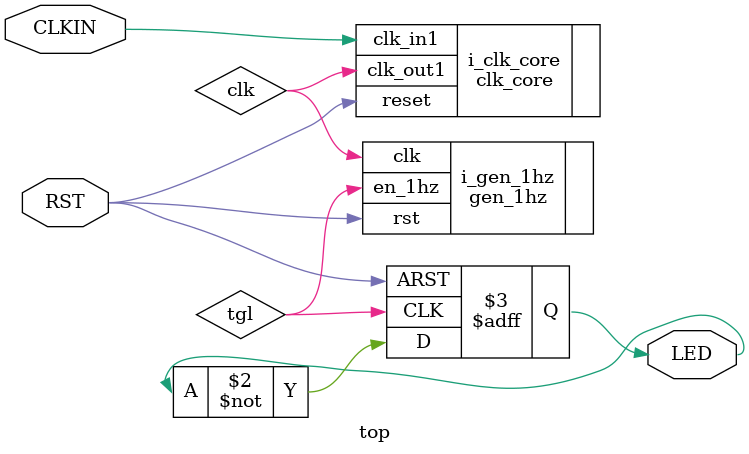
<source format=sv>
`timescale 1ns / 1ps


module top (
    input  logic RST,
    input  logic CLKIN,
    output logic LED
);

  logic clk, tgl;
  clk_core i_clk_core (
      .clk_in1(CLKIN),
      .reset(RST),
      .clk_out1(clk)
  );

  gen_1hz i_gen_1hz (
      .clk(clk),
      .rst(RST),
      .en_1hz(tgl)
  );

  always @(posedge tgl or posedge RST) begin
    if (RST) begin
      LED <= 1'b0;
    end else begin
      LED <= ~LED;
    end
  end


endmodule

</source>
